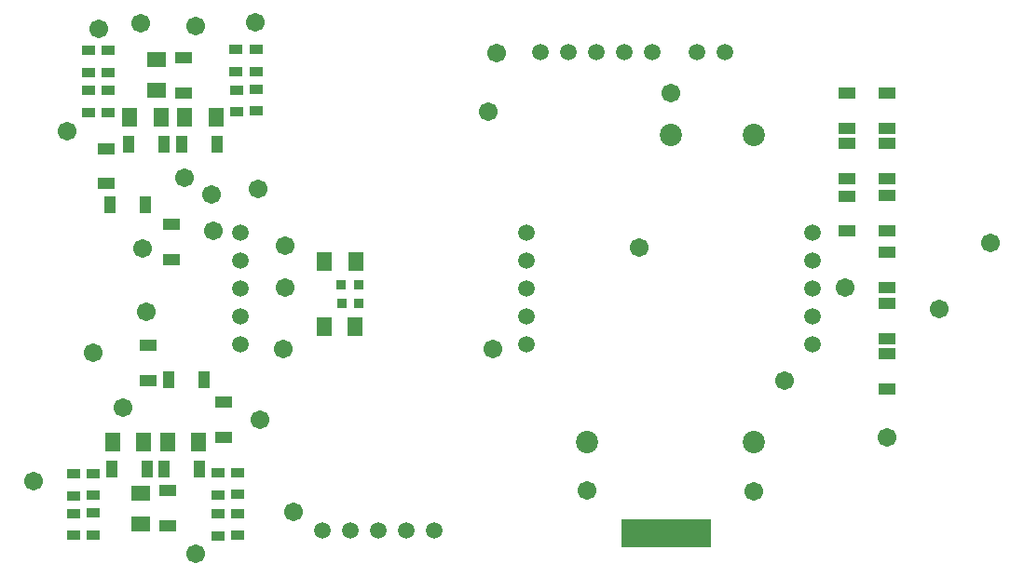
<source format=gbr>
%TF.GenerationSoftware,Altium Limited,Altium Designer,21.6.4 (81)*%
G04 Layer_Color=16711935*
%FSLAX43Y43*%
%MOMM*%
%TF.SameCoordinates,C39744A4-4465-455E-AB15-BAA165A4C254*%
%TF.FilePolarity,Negative*%
%TF.FileFunction,Soldermask,Bot*%
%TF.Part,Single*%
G01*
G75*
%TA.AperFunction,NonConductor*%
%ADD33R,8.204X2.515*%
%TA.AperFunction,SMDPad,CuDef*%
%ADD34R,1.320X1.820*%
%ADD35R,1.620X1.020*%
%ADD36R,0.870X0.920*%
%ADD37R,1.280X0.830*%
%ADD38R,1.820X1.320*%
%ADD39R,1.020X1.620*%
%TA.AperFunction,ComponentPad*%
%ADD40C,1.703*%
%ADD41C,1.520*%
%ADD42C,2.020*%
D33*
X61201Y3239D02*
D03*
D34*
X18758Y11495D02*
D03*
X15908D02*
D03*
X30134Y22060D02*
D03*
X32984D02*
D03*
X33038Y27961D02*
D03*
X30188D02*
D03*
X13766Y11495D02*
D03*
X10916D02*
D03*
X17446Y41027D02*
D03*
X20296D02*
D03*
X12459Y41039D02*
D03*
X15309D02*
D03*
D35*
X77648Y40031D02*
D03*
Y43231D02*
D03*
Y35458D02*
D03*
Y38658D02*
D03*
Y30709D02*
D03*
Y33909D02*
D03*
X81331Y20955D02*
D03*
Y24155D02*
D03*
X81305Y25553D02*
D03*
Y28753D02*
D03*
Y33960D02*
D03*
Y30760D02*
D03*
X16277Y31293D02*
D03*
Y28093D02*
D03*
X14148Y17145D02*
D03*
Y20345D02*
D03*
X81331Y19558D02*
D03*
Y16358D02*
D03*
X20989Y11929D02*
D03*
Y15129D02*
D03*
X15959Y3877D02*
D03*
Y7077D02*
D03*
X10379Y38227D02*
D03*
Y35027D02*
D03*
X81305Y38658D02*
D03*
Y35458D02*
D03*
Y43231D02*
D03*
Y40031D02*
D03*
X17339Y43285D02*
D03*
Y46485D02*
D03*
D36*
X33259Y25806D02*
D03*
X31709D02*
D03*
X33286Y24169D02*
D03*
X31736D02*
D03*
D37*
X22294Y8745D02*
D03*
Y6745D02*
D03*
X20541Y6685D02*
D03*
Y8685D02*
D03*
X7341Y6636D02*
D03*
Y8636D02*
D03*
X9119Y8661D02*
D03*
Y6661D02*
D03*
X9118Y5064D02*
D03*
Y3064D02*
D03*
X7391Y3038D02*
D03*
Y5038D02*
D03*
X20541Y2961D02*
D03*
Y4961D02*
D03*
X22295Y5012D02*
D03*
Y3012D02*
D03*
X10547Y43522D02*
D03*
Y41522D02*
D03*
X24002Y43646D02*
D03*
Y41646D02*
D03*
X8743Y45132D02*
D03*
Y47132D02*
D03*
X23952Y47256D02*
D03*
Y45256D02*
D03*
X22143D02*
D03*
Y47256D02*
D03*
X22198Y41563D02*
D03*
Y43563D02*
D03*
X8743Y41497D02*
D03*
Y43497D02*
D03*
X10547Y47133D02*
D03*
Y45133D02*
D03*
D38*
X13516Y4027D02*
D03*
Y6877D02*
D03*
X14951Y43491D02*
D03*
Y46341D02*
D03*
D39*
X19243Y17170D02*
D03*
X16043D02*
D03*
X15629Y9084D02*
D03*
X18829D02*
D03*
X14054D02*
D03*
X10854D02*
D03*
X10710Y33103D02*
D03*
X13910D02*
D03*
X12386Y38582D02*
D03*
X15586D02*
D03*
X17196Y38582D02*
D03*
X20396D02*
D03*
D40*
X13665Y29108D02*
D03*
X17457Y35595D02*
D03*
X20045Y30714D02*
D03*
X86065Y23618D02*
D03*
X77470Y25552D02*
D03*
X9149Y19666D02*
D03*
X13986Y23343D02*
D03*
X54010Y7090D02*
D03*
X61657Y43231D02*
D03*
X13503Y49608D02*
D03*
X6756Y39822D02*
D03*
X9703Y49078D02*
D03*
X18466Y49327D02*
D03*
X24130Y34544D02*
D03*
X19916Y34064D02*
D03*
X90678Y29632D02*
D03*
X71984Y17094D02*
D03*
X58741Y29253D02*
D03*
X26604Y25595D02*
D03*
X26441Y19990D02*
D03*
X45466D02*
D03*
X26619Y29405D02*
D03*
X23890Y49682D02*
D03*
X69164Y7071D02*
D03*
X3759Y7926D02*
D03*
X24302Y13558D02*
D03*
X18440Y1346D02*
D03*
X11862Y14667D02*
D03*
X27349Y5162D02*
D03*
X81331Y11968D02*
D03*
X45085Y41592D02*
D03*
X45796Y46952D02*
D03*
D41*
X22500Y25500D02*
D03*
Y30580D02*
D03*
Y28040D02*
D03*
Y22960D02*
D03*
Y20420D02*
D03*
X60000Y47000D02*
D03*
X57460D02*
D03*
X54920D02*
D03*
X52380D02*
D03*
X49840D02*
D03*
X66540D02*
D03*
X64000D02*
D03*
X40160Y3500D02*
D03*
X37620D02*
D03*
X35080D02*
D03*
X32540D02*
D03*
X30000D02*
D03*
X74500Y30580D02*
D03*
Y28040D02*
D03*
Y25500D02*
D03*
Y22960D02*
D03*
Y20420D02*
D03*
X48500Y20420D02*
D03*
Y22960D02*
D03*
Y25500D02*
D03*
Y28040D02*
D03*
Y30580D02*
D03*
D42*
X69210Y11500D02*
D03*
X54010D02*
D03*
X69210Y39500D02*
D03*
X61610D02*
D03*
%TF.MD5,5aec12ef08fac91412a840c417ad9e73*%
M02*

</source>
